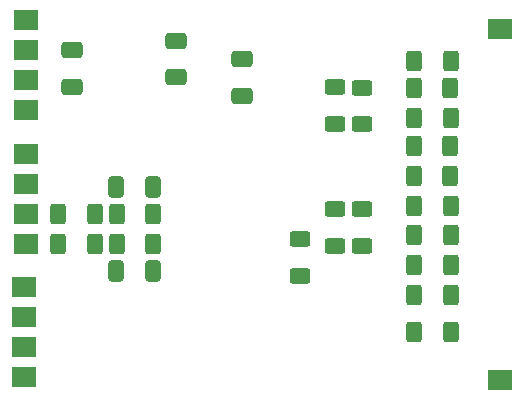
<source format=gbr>
G04 #@! TF.GenerationSoftware,KiCad,Pcbnew,7.0.1*
G04 #@! TF.CreationDate,2023-04-02T17:09:09+02:00*
G04 #@! TF.ProjectId,OXS_RP2040_Full,4f58535f-5250-4323-9034-305f46756c6c,rev?*
G04 #@! TF.SameCoordinates,Original*
G04 #@! TF.FileFunction,Paste,Bot*
G04 #@! TF.FilePolarity,Positive*
%FSLAX46Y46*%
G04 Gerber Fmt 4.6, Leading zero omitted, Abs format (unit mm)*
G04 Created by KiCad (PCBNEW 7.0.1) date 2023-04-02 17:09:09*
%MOMM*%
%LPD*%
G01*
G04 APERTURE LIST*
G04 Aperture macros list*
%AMRoundRect*
0 Rectangle with rounded corners*
0 $1 Rounding radius*
0 $2 $3 $4 $5 $6 $7 $8 $9 X,Y pos of 4 corners*
0 Add a 4 corners polygon primitive as box body*
4,1,4,$2,$3,$4,$5,$6,$7,$8,$9,$2,$3,0*
0 Add four circle primitives for the rounded corners*
1,1,$1+$1,$2,$3*
1,1,$1+$1,$4,$5*
1,1,$1+$1,$6,$7*
1,1,$1+$1,$8,$9*
0 Add four rect primitives between the rounded corners*
20,1,$1+$1,$2,$3,$4,$5,0*
20,1,$1+$1,$4,$5,$6,$7,0*
20,1,$1+$1,$6,$7,$8,$9,0*
20,1,$1+$1,$8,$9,$2,$3,0*%
G04 Aperture macros list end*
%ADD10R,2.000000X1.700000*%
%ADD11R,2.000000X1.800000*%
%ADD12RoundRect,0.250000X-0.625000X0.400000X-0.625000X-0.400000X0.625000X-0.400000X0.625000X0.400000X0*%
%ADD13RoundRect,0.250000X-0.400000X-0.625000X0.400000X-0.625000X0.400000X0.625000X-0.400000X0.625000X0*%
%ADD14RoundRect,0.250000X0.400000X0.625000X-0.400000X0.625000X-0.400000X-0.625000X0.400000X-0.625000X0*%
%ADD15RoundRect,0.250000X0.412500X0.650000X-0.412500X0.650000X-0.412500X-0.650000X0.412500X-0.650000X0*%
%ADD16RoundRect,0.250000X0.625000X-0.400000X0.625000X0.400000X-0.625000X0.400000X-0.625000X-0.400000X0*%
%ADD17RoundRect,0.250000X0.650000X-0.412500X0.650000X0.412500X-0.650000X0.412500X-0.650000X-0.412500X0*%
%ADD18RoundRect,0.250000X-0.650000X0.412500X-0.650000X-0.412500X0.650000X-0.412500X0.650000X0.412500X0*%
G04 APERTURE END LIST*
D10*
X111018000Y-108585000D03*
X110998000Y-78867000D03*
D11*
X70739000Y-100711000D03*
X70739000Y-103251000D03*
X70739000Y-105791000D03*
X70739000Y-108331000D03*
D12*
X94107000Y-96621000D03*
X94107000Y-99721000D03*
D13*
X103733000Y-81534000D03*
X106833000Y-81534000D03*
D14*
X76708000Y-97028000D03*
X73608000Y-97028000D03*
D15*
X81661000Y-92202000D03*
X78536000Y-92202000D03*
D11*
X70866000Y-89408000D03*
X70866000Y-91948000D03*
X70866000Y-94488000D03*
X70866000Y-97028000D03*
D16*
X99314000Y-97181000D03*
X99314000Y-94081000D03*
D14*
X106833000Y-93853000D03*
X103733000Y-93853000D03*
D17*
X89154000Y-84493500D03*
X89154000Y-81368500D03*
D14*
X106859000Y-86360000D03*
X103759000Y-86360000D03*
X81661000Y-97028000D03*
X78561000Y-97028000D03*
D15*
X81661000Y-99314000D03*
X78536000Y-99314000D03*
D18*
X74803000Y-80606500D03*
X74803000Y-83731500D03*
D16*
X97028000Y-86868000D03*
X97028000Y-83768000D03*
D11*
X70866000Y-78105000D03*
X70866000Y-80645000D03*
X70866000Y-83185000D03*
X70866000Y-85725000D03*
D16*
X97028000Y-97181000D03*
X97028000Y-94081000D03*
D14*
X106833000Y-98806000D03*
X103733000Y-98806000D03*
D13*
X103733000Y-104521000D03*
X106833000Y-104521000D03*
D14*
X106807000Y-83820000D03*
X103707000Y-83820000D03*
D12*
X99314000Y-83794000D03*
X99314000Y-86894000D03*
D14*
X81661000Y-94488000D03*
X78561000Y-94488000D03*
D17*
X83566000Y-82931000D03*
X83566000Y-79806000D03*
D14*
X106807000Y-88773000D03*
X103707000Y-88773000D03*
X106833000Y-96266000D03*
X103733000Y-96266000D03*
X106833000Y-101346000D03*
X103733000Y-101346000D03*
X106807000Y-91313000D03*
X103707000Y-91313000D03*
X76708000Y-94488000D03*
X73608000Y-94488000D03*
M02*

</source>
